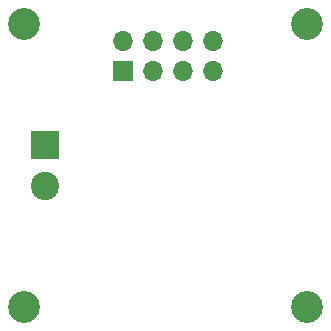
<source format=gbr>
%TF.GenerationSoftware,KiCad,Pcbnew,8.0.0-rc3-3-g27911d9b5a*%
%TF.CreationDate,2025-03-15T22:51:05+01:00*%
%TF.ProjectId,MSPM0C1104S8YCJR,4d53504d-3043-4313-9130-34533859434a,rev?*%
%TF.SameCoordinates,Original*%
%TF.FileFunction,Soldermask,Bot*%
%TF.FilePolarity,Negative*%
%FSLAX46Y46*%
G04 Gerber Fmt 4.6, Leading zero omitted, Abs format (unit mm)*
G04 Created by KiCad (PCBNEW 8.0.0-rc3-3-g27911d9b5a) date 2025-03-15 22:51:05*
%MOMM*%
%LPD*%
G01*
G04 APERTURE LIST*
%ADD10R,2.400000X2.400000*%
%ADD11C,2.400000*%
%ADD12R,1.700000X1.700000*%
%ADD13O,1.700000X1.700000*%
%ADD14C,2.700000*%
G04 APERTURE END LIST*
D10*
%TO.C,J2*%
X114800000Y-93250000D03*
D11*
X114800000Y-96750000D03*
%TD*%
D12*
%TO.C,J1*%
X121435000Y-86995000D03*
D13*
X121435000Y-84455000D03*
X123975000Y-86995000D03*
X123975000Y-84455000D03*
X126515000Y-86995000D03*
X126515000Y-84455000D03*
X129055000Y-86995000D03*
X129055000Y-84455000D03*
%TD*%
D14*
%TO.C,H4*%
X113000000Y-107000000D03*
%TD*%
%TO.C,H3*%
X137000000Y-107000000D03*
%TD*%
%TO.C,H2*%
X137000000Y-83000000D03*
%TD*%
%TO.C,H1*%
X113000000Y-83000000D03*
%TD*%
M02*

</source>
